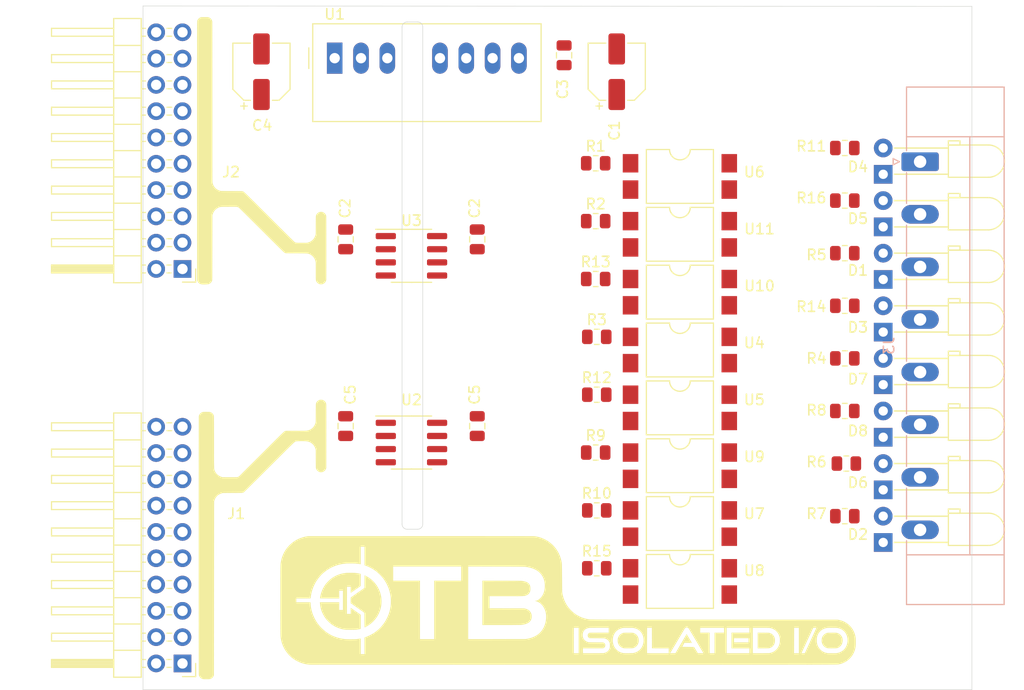
<source format=kicad_pcb>
(kicad_pcb (version 20171130) (host pcbnew "(5.1.9)-1")
  (layers (0 F.Cu signal) (31 B.Cu signal) (34 B.Paste user) (35 F.Paste user) (36 B.SilkS user) (37 F.SilkS user) (38 B.Mask user) (39 F.Mask user) (44 Edge.Cuts user))
  (net 0 "")
  (net 1 "Net-(C1-Pad2)")
  (net 2 "Net-(C1-Pad1)")
  (net 3 "Net-(C2-Pad2)")
  (net 4 "Net-(C2-Pad1)")
  (net 5 "Net-(C3-Pad1)")
  (net 6 "Net-(C3-Pad2)")
  (net 7 "Net-(C4-Pad1)")
  (net 8 "Net-(C4-Pad2)")
  (net 9 "Net-(C5-Pad1)")
  (net 10 "Net-(C5-Pad2)")
  (net 11 "Net-(D1-Pad2)")
  (net 12 "Net-(D1-Pad1)")
  (net 13 "Net-(D2-Pad1)")
  (net 14 "Net-(D2-Pad2)")
  (net 15 "Net-(D3-Pad1)")
  (net 16 "Net-(D3-Pad2)")
  (net 17 "Net-(D4-Pad2)")
  (net 18 "Net-(D4-Pad1)")
  (net 19 "Net-(D5-Pad2)")
  (net 20 "Net-(D5-Pad1)")
  (net 21 "Net-(D6-Pad2)")
  (net 22 "Net-(D6-Pad1)")
  (net 23 "Net-(D7-Pad1)")
  (net 24 "Net-(D7-Pad2)")
  (net 25 "Net-(D8-Pad1)")
  (net 26 "Net-(D8-Pad2)")
  (net 27 "Net-(J1-Pad20)")
  (net 28 "Net-(J1-Pad19)")
  (net 29 "Net-(J1-Pad18)")
  (net 30 "Net-(J1-Pad17)")
  (net 31 "Net-(J1-Pad16)")
  (net 32 "Net-(J1-Pad15)")
  (net 33 "Net-(J1-Pad14)")
  (net 34 "Net-(J1-Pad13)")
  (net 35 "Net-(J1-Pad12)")
  (net 36 "Net-(J1-Pad11)")
  (net 37 "Net-(J1-Pad10)")
  (net 38 "Net-(J1-Pad9)")
  (net 39 "Net-(J1-Pad8)")
  (net 40 "Net-(J1-Pad7)")
  (net 41 "Net-(J1-Pad6)")
  (net 42 "Net-(J1-Pad5)")
  (net 43 "Net-(J1-Pad4)")
  (net 44 "Net-(J1-Pad3)")
  (net 45 "Net-(J1-Pad2)")
  (net 46 "Net-(J1-Pad1)")
  (net 47 "Net-(J2-Pad1)")
  (net 48 "Net-(J2-Pad2)")
  (net 49 "Net-(J2-Pad3)")
  (net 50 "Net-(J2-Pad4)")
  (net 51 "Net-(J2-Pad5)")
  (net 52 "Net-(J2-Pad6)")
  (net 53 "Net-(J2-Pad7)")
  (net 54 "Net-(J2-Pad8)")
  (net 55 "Net-(J2-Pad9)")
  (net 56 "Net-(J2-Pad10)")
  (net 57 "Net-(J2-Pad11)")
  (net 58 "Net-(J2-Pad12)")
  (net 59 "Net-(J2-Pad13)")
  (net 60 "Net-(J2-Pad14)")
  (net 61 "Net-(J2-Pad15)")
  (net 62 "Net-(J2-Pad16)")
  (net 63 "Net-(J2-Pad17)")
  (net 64 "Net-(J2-Pad18)")
  (net 65 "Net-(J2-Pad19)")
  (net 66 "Net-(J2-Pad20)")
  (net 67 "Net-(J3-Pad1)")
  (net 68 "Net-(J3-Pad2)")
  (net 69 "Net-(J3-Pad3)")
  (net 70 "Net-(J3-Pad4)")
  (net 71 "Net-(J3-Pad5)")
  (net 72 "Net-(J3-Pad6)")
  (net 73 "Net-(J3-Pad7)")
  (net 74 "Net-(J3-Pad8)")
  (net 75 "Net-(R1-Pad2)")
  (net 76 "Net-(R1-Pad1)")
  (net 77 "Net-(R2-Pad2)")
  (net 78 "Net-(R2-Pad1)")
  (net 79 "Net-(R3-Pad1)")
  (net 80 "Net-(R3-Pad2)")
  (net 81 "Net-(R4-Pad2)")
  (net 82 "Net-(R4-Pad1)")
  (net 83 "Net-(R5-Pad1)")
  (net 84 "Net-(R5-Pad2)")
  (net 85 "Net-(R6-Pad2)")
  (net 86 "Net-(R6-Pad1)")
  (net 87 "Net-(R7-Pad1)")
  (net 88 "Net-(R7-Pad2)")
  (net 89 "Net-(R8-Pad1)")
  (net 90 "Net-(R8-Pad2)")
  (net 91 "Net-(R9-Pad2)")
  (net 92 "Net-(R9-Pad1)")
  (net 93 "Net-(R10-Pad2)")
  (net 94 "Net-(R10-Pad1)")
  (net 95 "Net-(R11-Pad1)")
  (net 96 "Net-(R11-Pad2)")
  (net 97 "Net-(R12-Pad2)")
  (net 98 "Net-(R12-Pad1)")
  (net 99 "Net-(R13-Pad1)")
  (net 100 "Net-(R13-Pad2)")
  (net 101 "Net-(R14-Pad2)")
  (net 102 "Net-(R14-Pad1)")
  (net 103 "Net-(R15-Pad1)")
  (net 104 "Net-(R15-Pad2)")
  (net 105 "Net-(R16-Pad1)")
  (net 106 "Net-(R16-Pad2)")
  (net 107 "Net-(U1-Pad1)")
  (net 108 "Net-(U1-Pad2)")
  (net 109 "Net-(U1-Pad5)")
  (net 110 "Net-(U1-Pad6)")
  (net 111 "Net-(U1-Pad3)")
  (net 112 "Net-(U1-Pad7)")
  (net 113 "Net-(U1-Pad8)")
  (net 114 "Net-(U2-Pad1)")
  (net 115 "Net-(U2-Pad2)")
  (net 116 "Net-(U2-Pad3)")
  (net 117 "Net-(U2-Pad4)")
  (net 118 "Net-(U2-Pad5)")
  (net 119 "Net-(U2-Pad6)")
  (net 120 "Net-(U2-Pad7)")
  (net 121 "Net-(U2-Pad8)")
  (net 122 "Net-(U3-Pad8)")
  (net 123 "Net-(U3-Pad7)")
  (net 124 "Net-(U3-Pad6)")
  (net 125 "Net-(U3-Pad5)")
  (net 126 "Net-(U3-Pad4)")
  (net 127 "Net-(U3-Pad3)")
  (net 128 "Net-(U3-Pad2)")
  (net 129 "Net-(U3-Pad1)")
  (net 130 "Net-(U4-Pad1)")
  (net 131 "Net-(U4-Pad3)")
  (net 132 "Net-(U4-Pad2)")
  (net 133 "Net-(U4-Pad4)")
  (net 134 "Net-(U5-Pad1)")
  (net 135 "Net-(U5-Pad3)")
  (net 136 "Net-(U5-Pad2)")
  (net 137 "Net-(U5-Pad4)")
  (net 138 "Net-(U6-Pad4)")
  (net 139 "Net-(U6-Pad2)")
  (net 140 "Net-(U6-Pad3)")
  (net 141 "Net-(U6-Pad1)")
  (net 142 "Net-(U7-Pad1)")
  (net 143 "Net-(U7-Pad3)")
  (net 144 "Net-(U7-Pad2)")
  (net 145 "Net-(U7-Pad4)")
  (net 146 "Net-(U8-Pad4)")
  (net 147 "Net-(U8-Pad2)")
  (net 148 "Net-(U8-Pad3)")
  (net 149 "Net-(U8-Pad1)")
  (net 150 "Net-(U9-Pad4)")
  (net 151 "Net-(U9-Pad2)")
  (net 152 "Net-(U9-Pad3)")
  (net 153 "Net-(U9-Pad1)")
  (net 154 "Net-(U10-Pad4)")
  (net 155 "Net-(U10-Pad2)")
  (net 156 "Net-(U10-Pad3)")
  (net 157 "Net-(U10-Pad1)")
  (net 158 "Net-(U11-Pad1)")
  (net 159 "Net-(U11-Pad3)")
  (net 160 "Net-(U11-Pad2)")
  (net 161 "Net-(U11-Pad4)")
  (module MyLibKicad:persilk (layer F.Cu) (at 93.906 98.756)
    (fp_text reference G*** hide)
    (fp_text value LOGO hide)
  )
  (module Resistor_SMD:R_0805_2012Metric (layer F.Cu) (at 100.6995 97.672)
    (fp_text reference R3 (at 0 -1.65) (layer F.SilkS))
    (fp_text value R)
    (pad 1 smd roundrect (at -0.9125 0) (size 1.025 1.4) (layers F.Cu F.Paste F.Mask) (roundrect_rratio 0.243902) (net 79 "Net-(R3-Pad1)"))
    (pad 2 smd roundrect (at 0.9125 0) (size 1.025 1.4) (layers F.Cu F.Paste F.Mask) (roundrect_rratio 0.243902) (net 80 "Net-(R3-Pad2)"))
  )
  (module Package_DIP:SMDIP-4_W9.53mm_Clearance8mm (layer F.Cu) (at 108.724 82.178)
    (fp_text reference U6 (at 7.182 -0.422) (layer F.SilkS))
    (fp_text value SFH617A-1X007T)
    (pad 4 smd rect (at 4.765 -1.27) (size 1.5 1.78) (layers F.Cu F.Paste F.Mask) (net 138 "Net-(U6-Pad4)"))
    (pad 2 smd rect (at -4.765 1.27) (size 1.5 1.78) (layers F.Cu F.Paste F.Mask) (net 139 "Net-(U6-Pad2)"))
    (pad 3 smd rect (at 4.765 1.27) (size 1.5 1.78) (layers F.Cu F.Paste F.Mask) (net 140 "Net-(U6-Pad3)"))
    (pad 1 smd rect (at -4.765 -1.27) (size 1.5 1.78) (layers F.Cu F.Paste F.Mask) (net 141 "Net-(U6-Pad1)"))
  )
  (module Package_DIP:SMDIP-4_W9.53mm_Clearance8mm (layer F.Cu) (at 108.724 93.354)
    (fp_text reference U10 (at 7.682 -0.598) (layer F.SilkS))
    (fp_text value SFH617A-1X007T)
    (pad 4 smd rect (at 4.765 -1.27) (size 1.5 1.78) (layers F.Cu F.Paste F.Mask) (net 154 "Net-(U10-Pad4)"))
    (pad 2 smd rect (at -4.765 1.27) (size 1.5 1.78) (layers F.Cu F.Paste F.Mask) (net 155 "Net-(U10-Pad2)"))
    (pad 3 smd rect (at 4.765 1.27) (size 1.5 1.78) (layers F.Cu F.Paste F.Mask) (net 156 "Net-(U10-Pad3)"))
    (pad 1 smd rect (at -4.765 -1.27) (size 1.5 1.78) (layers F.Cu F.Paste F.Mask) (net 157 "Net-(U10-Pad1)"))
  )
  (module Package_DIP:SMDIP-4_W9.53mm_Clearance8mm (layer F.Cu) (at 108.724 87.766)
    (fp_text reference U11 (at 7.682 -0.51) (layer F.SilkS))
    (fp_text value SFH617A-1X007T)
    (pad 1 smd rect (at -4.765 -1.27) (size 1.5 1.78) (layers F.Cu F.Paste F.Mask) (net 158 "Net-(U11-Pad1)"))
    (pad 3 smd rect (at 4.765 1.27) (size 1.5 1.78) (layers F.Cu F.Paste F.Mask) (net 159 "Net-(U11-Pad3)"))
    (pad 2 smd rect (at -4.765 1.27) (size 1.5 1.78) (layers F.Cu F.Paste F.Mask) (net 160 "Net-(U11-Pad2)"))
    (pad 4 smd rect (at 4.765 -1.27) (size 1.5 1.78) (layers F.Cu F.Paste F.Mask) (net 161 "Net-(U11-Pad4)"))
  )
  (module Package_DIP:SMDIP-4_W9.53mm_Clearance8mm (layer F.Cu) (at 108.724 110.118)
    (fp_text reference U9 (at 7.182 -0.862) (layer F.SilkS))
    (fp_text value SFH617A-1X007T)
    (pad 4 smd rect (at 4.765 -1.27) (size 1.5 1.78) (layers F.Cu F.Paste F.Mask) (net 150 "Net-(U9-Pad4)"))
    (pad 2 smd rect (at -4.765 1.27) (size 1.5 1.78) (layers F.Cu F.Paste F.Mask) (net 151 "Net-(U9-Pad2)"))
    (pad 3 smd rect (at 4.765 1.27) (size 1.5 1.78) (layers F.Cu F.Paste F.Mask) (net 152 "Net-(U9-Pad3)"))
    (pad 1 smd rect (at -4.765 -1.27) (size 1.5 1.78) (layers F.Cu F.Paste F.Mask) (net 153 "Net-(U9-Pad1)"))
  )
  (module Package_DIP:SMDIP-4_W9.53mm_Clearance8mm (layer F.Cu) (at 108.724 115.706)
    (fp_text reference U7 (at 7.182 -0.95) (layer F.SilkS))
    (fp_text value SFH617A-1X007T)
    (pad 1 smd rect (at -4.765 -1.27) (size 1.5 1.78) (layers F.Cu F.Paste F.Mask) (net 142 "Net-(U7-Pad1)"))
    (pad 3 smd rect (at 4.765 1.27) (size 1.5 1.78) (layers F.Cu F.Paste F.Mask) (net 143 "Net-(U7-Pad3)"))
    (pad 2 smd rect (at -4.765 1.27) (size 1.5 1.78) (layers F.Cu F.Paste F.Mask) (net 144 "Net-(U7-Pad2)"))
    (pad 4 smd rect (at 4.765 -1.27) (size 1.5 1.78) (layers F.Cu F.Paste F.Mask) (net 145 "Net-(U7-Pad4)"))
  )
  (module Package_DIP:SMDIP-4_W9.53mm_Clearance8mm (layer F.Cu) (at 108.724 121.294)
    (fp_text reference U8 (at 7.182 -1.038) (layer F.SilkS))
    (fp_text value SFH617A-1X007T)
    (pad 4 smd rect (at 4.765 -1.27) (size 1.5 1.78) (layers F.Cu F.Paste F.Mask) (net 146 "Net-(U8-Pad4)"))
    (pad 2 smd rect (at -4.765 1.27) (size 1.5 1.78) (layers F.Cu F.Paste F.Mask) (net 147 "Net-(U8-Pad2)"))
    (pad 3 smd rect (at 4.765 1.27) (size 1.5 1.78) (layers F.Cu F.Paste F.Mask) (net 148 "Net-(U8-Pad3)"))
    (pad 1 smd rect (at -4.765 -1.27) (size 1.5 1.78) (layers F.Cu F.Paste F.Mask) (net 149 "Net-(U8-Pad1)"))
  )
  (module Resistor_SMD:R_0805_2012Metric (layer F.Cu) (at 100.6995 103.26)
    (fp_text reference R12 (at 0 -1.65) (layer F.SilkS))
    (fp_text value R)
    (pad 2 smd roundrect (at 0.9125 0) (size 1.025 1.4) (layers F.Cu F.Paste F.Mask) (roundrect_rratio 0.243902) (net 97 "Net-(R12-Pad2)"))
    (pad 1 smd roundrect (at -0.9125 0) (size 1.025 1.4) (layers F.Cu F.Paste F.Mask) (roundrect_rratio 0.243902) (net 98 "Net-(R12-Pad1)"))
  )
  (module Resistor_SMD:R_0805_2012Metric (layer F.Cu) (at 100.6995 114.436)
    (fp_text reference R10 (at 0 -1.65) (layer F.SilkS))
    (fp_text value R)
    (pad 2 smd roundrect (at 0.9125 0) (size 1.025 1.4) (layers F.Cu F.Paste F.Mask) (roundrect_rratio 0.243902) (net 93 "Net-(R10-Pad2)"))
    (pad 1 smd roundrect (at -0.9125 0) (size 1.025 1.4) (layers F.Cu F.Paste F.Mask) (roundrect_rratio 0.243902) (net 94 "Net-(R10-Pad1)"))
  )
  (module Resistor_SMD:R_0805_2012Metric (layer F.Cu) (at 100.596 108.848)
    (fp_text reference R9 (at 0 -1.65) (layer F.SilkS))
    (fp_text value R)
    (pad 2 smd roundrect (at 0.9125 0) (size 1.025 1.4) (layers F.Cu F.Paste F.Mask) (roundrect_rratio 0.243902) (net 91 "Net-(R9-Pad2)"))
    (pad 1 smd roundrect (at -0.9125 0) (size 1.025 1.4) (layers F.Cu F.Paste F.Mask) (roundrect_rratio 0.243902) (net 92 "Net-(R9-Pad1)"))
  )
  (module Package_DIP:SMDIP-4_W9.53mm_Clearance8mm (layer F.Cu) (at 108.724 98.942)
    (fp_text reference U4 (at 7.182 -0.686) (layer F.SilkS))
    (fp_text value SFH617A-1X007T)
    (pad 1 smd rect (at -4.765 -1.27) (size 1.5 1.78) (layers F.Cu F.Paste F.Mask) (net 130 "Net-(U4-Pad1)"))
    (pad 3 smd rect (at 4.765 1.27) (size 1.5 1.78) (layers F.Cu F.Paste F.Mask) (net 131 "Net-(U4-Pad3)"))
    (pad 2 smd rect (at -4.765 1.27) (size 1.5 1.78) (layers F.Cu F.Paste F.Mask) (net 132 "Net-(U4-Pad2)"))
    (pad 4 smd rect (at 4.765 -1.27) (size 1.5 1.78) (layers F.Cu F.Paste F.Mask) (net 133 "Net-(U4-Pad4)"))
  )
  (module Resistor_SMD:R_0805_2012Metric (layer F.Cu) (at 100.6995 120.024)
    (fp_text reference R15 (at 0 -1.65) (layer F.SilkS))
    (fp_text value R)
    (pad 1 smd roundrect (at -0.9125 0) (size 1.025 1.4) (layers F.Cu F.Paste F.Mask) (roundrect_rratio 0.243902) (net 103 "Net-(R15-Pad1)"))
    (pad 2 smd roundrect (at 0.9125 0) (size 1.025 1.4) (layers F.Cu F.Paste F.Mask) (roundrect_rratio 0.243902) (net 104 "Net-(R15-Pad2)"))
  )
  (module Package_DIP:SMDIP-4_W9.53mm_Clearance8mm (layer F.Cu) (at 108.724 104.53)
    (fp_text reference U5 (at 7.182 -0.774) (layer F.SilkS))
    (fp_text value SFH617A-1X007T)
    (pad 1 smd rect (at -4.765 -1.27) (size 1.5 1.78) (layers F.Cu F.Paste F.Mask) (net 134 "Net-(U5-Pad1)"))
    (pad 3 smd rect (at 4.765 1.27) (size 1.5 1.78) (layers F.Cu F.Paste F.Mask) (net 135 "Net-(U5-Pad3)"))
    (pad 2 smd rect (at -4.765 1.27) (size 1.5 1.78) (layers F.Cu F.Paste F.Mask) (net 136 "Net-(U5-Pad2)"))
    (pad 4 smd rect (at 4.765 -1.27) (size 1.5 1.78) (layers F.Cu F.Paste F.Mask) (net 137 "Net-(U5-Pad4)"))
  )
  (module Resistor_SMD:R_0805_2012Metric (layer F.Cu) (at 100.596 92.084)
    (fp_text reference R13 (at 0 -1.65) (layer F.SilkS))
    (fp_text value R)
    (pad 1 smd roundrect (at -0.9125 0) (size 1.025 1.4) (layers F.Cu F.Paste F.Mask) (roundrect_rratio 0.243902) (net 99 "Net-(R13-Pad1)"))
    (pad 2 smd roundrect (at 0.9125 0) (size 1.025 1.4) (layers F.Cu F.Paste F.Mask) (roundrect_rratio 0.243902) (net 100 "Net-(R13-Pad2)"))
  )
  (module Resistor_SMD:R_0805_2012Metric (layer F.Cu) (at 100.596 80.908)
    (fp_text reference R1 (at 0 -1.65) (layer F.SilkS))
    (fp_text value R)
    (pad 2 smd roundrect (at 0.9125 0) (size 1.025 1.4) (layers F.Cu F.Paste F.Mask) (roundrect_rratio 0.243902) (net 75 "Net-(R1-Pad2)"))
    (pad 1 smd roundrect (at -0.9125 0) (size 1.025 1.4) (layers F.Cu F.Paste F.Mask) (roundrect_rratio 0.243902) (net 76 "Net-(R1-Pad1)"))
  )
  (module Resistor_SMD:R_0805_2012Metric (layer F.Cu) (at 100.596 86.496)
    (fp_text reference R2 (at 0 -1.65) (layer F.SilkS))
    (fp_text value R)
    (pad 2 smd roundrect (at 0.9125 0) (size 1.025 1.4) (layers F.Cu F.Paste F.Mask) (roundrect_rratio 0.243902) (net 77 "Net-(R2-Pad2)"))
    (pad 1 smd roundrect (at -0.9125 0) (size 1.025 1.4) (layers F.Cu F.Paste F.Mask) (roundrect_rratio 0.243902) (net 78 "Net-(R2-Pad1)"))
  )
  (module Capacitor_SMD:C_0805_2012Metric (layer F.Cu) (at 89.164 106.29 90)
    (fp_text reference C5 (at 3.034 -0.258 90) (layer F.SilkS))
    (fp_text value C)
    (pad 2 smd roundrect (at 0.95 0 90) (size 1 1.45) (layers F.Cu F.Paste F.Mask) (net 10 "Net-(C5-Pad2)"))
    (pad 1 smd roundrect (at -0.95 0 90) (size 1 1.45) (layers F.Cu F.Paste F.Mask) (net 9 "Net-(C5-Pad1)"))
  )
  (module Capacitor_SMD:C_0805_2012Metric (layer F.Cu) (at 89.164 88.256 90)
    (fp_text reference C2 (at 3 -0.258 90) (layer F.SilkS))
    (fp_text value C)
    (pad 1 smd roundrect (at -0.95 0 90) (size 1 1.45) (layers F.Cu F.Paste F.Mask) (net 4 "Net-(C2-Pad1)"))
    (pad 2 smd roundrect (at 0.95 0 90) (size 1 1.45) (layers F.Cu F.Paste F.Mask) (net 3 "Net-(C2-Pad2)"))
  )
  (module Capacitor_SMD:CP_Elec_5x5.7 (layer F.Cu) (at 102.626 72.066 90)
    (fp_text reference C1 (at -5.69 -0.22 90) (layer F.SilkS))
    (fp_text value CP1)
    (pad 2 smd roundrect (at 2.2 0 90) (size 3 1.6) (layers F.Cu F.Paste F.Mask) (roundrect_rratio 0.15625) (net 1 "Net-(C1-Pad2)"))
    (pad 1 smd roundrect (at -2.2 0 90) (size 3 1.6) (layers F.Cu F.Paste F.Mask) (roundrect_rratio 0.15625) (net 2 "Net-(C1-Pad1)"))
  )
  (module Capacitor_SMD:C_0805_2012Metric (layer F.Cu) (at 76.464 88.256 90)
    (fp_text reference C2 (at 3 -0.058 90) (layer F.SilkS))
    (fp_text value C)
    (pad 2 smd roundrect (at 0.95 0 90) (size 1 1.45) (layers F.Cu F.Paste F.Mask) (net 3 "Net-(C2-Pad2)"))
    (pad 1 smd roundrect (at -0.95 0 90) (size 1 1.45) (layers F.Cu F.Paste F.Mask) (net 4 "Net-(C2-Pad1)"))
  )
  (module Capacitor_SMD:C_0805_2012Metric (layer F.Cu) (at 97.546 70.476 90)
    (fp_text reference C3 (at -3.28 -0.14 90) (layer F.SilkS))
    (fp_text value C)
    (pad 1 smd roundrect (at -0.95 0 90) (size 1 1.45) (layers F.Cu F.Paste F.Mask) (net 5 "Net-(C3-Pad1)"))
    (pad 2 smd roundrect (at 0.95 0 90) (size 1 1.45) (layers F.Cu F.Paste F.Mask) (net 6 "Net-(C3-Pad2)"))
  )
  (module Capacitor_SMD:CP_Elec_5x5.7 (layer F.Cu) (at 68.336 72.066 90)
    (fp_text reference C4 (at -5.19 0.07 180) (layer F.SilkS))
    (fp_text value CP1)
    (pad 1 smd roundrect (at -2.2 0 90) (size 3 1.6) (layers F.Cu F.Paste F.Mask) (roundrect_rratio 0.15625) (net 7 "Net-(C4-Pad1)"))
    (pad 2 smd roundrect (at 2.2 0 90) (size 3 1.6) (layers F.Cu F.Paste F.Mask) (roundrect_rratio 0.15625) (net 8 "Net-(C4-Pad2)"))
  )
  (module Capacitor_SMD:C_0805_2012Metric (layer F.Cu) (at 76.464 106.29 90)
    (fp_text reference C5 (at 3.034 0.442 90) (layer F.SilkS))
    (fp_text value C)
    (pad 1 smd roundrect (at -0.95 0 90) (size 1 1.45) (layers F.Cu F.Paste F.Mask) (net 9 "Net-(C5-Pad1)"))
    (pad 2 smd roundrect (at 0.95 0 90) (size 1 1.45) (layers F.Cu F.Paste F.Mask) (net 10 "Net-(C5-Pad2)"))
  )
  (module Connector_Phoenix_MC_HighVoltage:PhoenixContact_MC_1,5_8-GF-5.08_1x08_P5.08mm_Horizontal_ThreadedFlange (layer B.Cu) (at 131.906 80.756 270)
    (fp_text reference J3 (at 17.78 3 90) (layer B.SilkS) (effects (justify mirror)))
    (fp_text value Conn_01x08)
    (pad 1 thru_hole roundrect (at 0 0 270) (size 1.8 3.6) (drill 1.2) (layers *.Cu *.Mask) (roundrect_rratio 0.138889) (net 67 "Net-(J3-Pad1)"))
    (pad 2 thru_hole oval (at 5.08 0 270) (size 1.8 3.6) (drill 1.2) (layers *.Cu *.Mask) (net 68 "Net-(J3-Pad2)"))
    (pad 3 thru_hole oval (at 10.16 0 270) (size 1.8 3.6) (drill 1.2) (layers *.Cu *.Mask) (net 69 "Net-(J3-Pad3)"))
    (pad 4 thru_hole oval (at 15.24 0 270) (size 1.8 3.6) (drill 1.2) (layers *.Cu *.Mask) (net 70 "Net-(J3-Pad4)"))
    (pad 5 thru_hole oval (at 20.32 0 270) (size 1.8 3.6) (drill 1.2) (layers *.Cu *.Mask) (net 71 "Net-(J3-Pad5)"))
    (pad 6 thru_hole oval (at 25.4 0 270) (size 1.8 3.6) (drill 1.2) (layers *.Cu *.Mask) (net 72 "Net-(J3-Pad6)"))
    (pad 7 thru_hole oval (at 30.48 0 270) (size 1.8 3.6) (drill 1.2) (layers *.Cu *.Mask) (net 73 "Net-(J3-Pad7)"))
    (pad 8 thru_hole oval (at 35.56 0 270) (size 1.8 3.6) (drill 1.2) (layers *.Cu *.Mask) (net 74 "Net-(J3-Pad8)"))
  )
  (module Resistor_SMD:R_0805_2012Metric (layer F.Cu) (at 124.6395 99.752)
    (fp_text reference R4 (at -2.7335 0.004) (layer F.SilkS))
    (fp_text value R)
    (pad 2 smd roundrect (at 0.9125 0) (size 1.025 1.4) (layers F.Cu F.Paste F.Mask) (roundrect_rratio 0.243902) (net 81 "Net-(R4-Pad2)"))
    (pad 1 smd roundrect (at -0.9125 0) (size 1.025 1.4) (layers F.Cu F.Paste F.Mask) (roundrect_rratio 0.243902) (net 82 "Net-(R4-Pad1)"))
  )
  (module Resistor_SMD:R_0805_2012Metric (layer F.Cu) (at 124.6395 89.592)
    (fp_text reference R5 (at -2.7335 0.164) (layer F.SilkS))
    (fp_text value R)
    (pad 1 smd roundrect (at -0.9125 0) (size 1.025 1.4) (layers F.Cu F.Paste F.Mask) (roundrect_rratio 0.243902) (net 83 "Net-(R5-Pad1)"))
    (pad 2 smd roundrect (at 0.9125 0) (size 1.025 1.4) (layers F.Cu F.Paste F.Mask) (roundrect_rratio 0.243902) (net 84 "Net-(R5-Pad2)"))
  )
  (module Resistor_SMD:R_0805_2012Metric (layer F.Cu) (at 124.79 109.912)
    (fp_text reference R6 (at -2.884 -0.156) (layer F.SilkS))
    (fp_text value R)
    (pad 2 smd roundrect (at 0.9125 0) (size 1.025 1.4) (layers F.Cu F.Paste F.Mask) (roundrect_rratio 0.243902) (net 85 "Net-(R6-Pad2)"))
    (pad 1 smd roundrect (at -0.9125 0) (size 1.025 1.4) (layers F.Cu F.Paste F.Mask) (roundrect_rratio 0.243902) (net 86 "Net-(R6-Pad1)"))
  )
  (module Resistor_SMD:R_0805_2012Metric (layer F.Cu) (at 124.6395 114.992)
    (fp_text reference R7 (at -2.7335 -0.236) (layer F.SilkS))
    (fp_text value R)
    (pad 1 smd roundrect (at -0.9125 0) (size 1.025 1.4) (layers F.Cu F.Paste F.Mask) (roundrect_rratio 0.243902) (net 87 "Net-(R7-Pad1)"))
    (pad 2 smd roundrect (at 0.9125 0) (size 1.025 1.4) (layers F.Cu F.Paste F.Mask) (roundrect_rratio 0.243902) (net 88 "Net-(R7-Pad2)"))
  )
  (module Resistor_SMD:R_0805_2012Metric (layer F.Cu) (at 124.6395 104.832)
    (fp_text reference R8 (at -2.7335 -0.076) (layer F.SilkS))
    (fp_text value R)
    (pad 1 smd roundrect (at -0.9125 0) (size 1.025 1.4) (layers F.Cu F.Paste F.Mask) (roundrect_rratio 0.243902) (net 89 "Net-(R8-Pad1)"))
    (pad 2 smd roundrect (at 0.9125 0) (size 1.025 1.4) (layers F.Cu F.Paste F.Mask) (roundrect_rratio 0.243902) (net 90 "Net-(R8-Pad2)"))
  )
  (module Resistor_SMD:R_0805_2012Metric (layer F.Cu) (at 124.6395 79.432)
    (fp_text reference R11 (at -3.2335 -0.176) (layer F.SilkS))
    (fp_text value R)
    (pad 1 smd roundrect (at -0.9125 0) (size 1.025 1.4) (layers F.Cu F.Paste F.Mask) (roundrect_rratio 0.243902) (net 95 "Net-(R11-Pad1)"))
    (pad 2 smd roundrect (at 0.9125 0) (size 1.025 1.4) (layers F.Cu F.Paste F.Mask) (roundrect_rratio 0.243902) (net 96 "Net-(R11-Pad2)"))
  )
  (module Resistor_SMD:R_0805_2012Metric (layer F.Cu) (at 124.6395 94.672)
    (fp_text reference R14 (at -3.2335 0.084) (layer F.SilkS))
    (fp_text value R)
    (pad 2 smd roundrect (at 0.9125 0) (size 1.025 1.4) (layers F.Cu F.Paste F.Mask) (roundrect_rratio 0.243902) (net 101 "Net-(R14-Pad2)"))
    (pad 1 smd roundrect (at -0.9125 0) (size 1.025 1.4) (layers F.Cu F.Paste F.Mask) (roundrect_rratio 0.243902) (net 102 "Net-(R14-Pad1)"))
  )
  (module Resistor_SMD:R_0805_2012Metric (layer F.Cu) (at 124.6395 84.512)
    (fp_text reference R16 (at -3.2335 -0.256) (layer F.SilkS))
    (fp_text value R)
    (pad 1 smd roundrect (at -0.9125 0) (size 1.025 1.4) (layers F.Cu F.Paste F.Mask) (roundrect_rratio 0.243902) (net 105 "Net-(R16-Pad1)"))
    (pad 2 smd roundrect (at 0.9125 0) (size 1.025 1.4) (layers F.Cu F.Paste F.Mask) (roundrect_rratio 0.243902) (net 106 "Net-(R16-Pad2)"))
  )
  (module Converter_DCDC:Converter_DCDC_TRACO_TMR-xxxx_THT (layer F.Cu) (at 75.406 70.756)
    (fp_text reference U1 (at 0 -4.24) (layer F.SilkS))
    (fp_text value TMR-2412)
    (pad 1 thru_hole rect (at 0 0) (size 1.5 3) (drill 1) (layers *.Cu *.Mask) (net 107 "Net-(U1-Pad1)"))
    (pad 2 thru_hole oval (at 2.54 0) (size 1.5 3) (drill 1) (layers *.Cu *.Mask) (net 108 "Net-(U1-Pad2)"))
    (pad 5 thru_hole oval (at 10.16 0) (size 1.5 3) (drill 1) (layers *.Cu *.Mask) (net 109 "Net-(U1-Pad5)"))
    (pad 6 thru_hole oval (at 12.7 0) (size 1.5 3) (drill 1) (layers *.Cu *.Mask) (net 110 "Net-(U1-Pad6)"))
    (pad 3 thru_hole oval (at 5.08 0) (size 1.5 3) (drill 1) (layers *.Cu *.Mask) (net 111 "Net-(U1-Pad3)"))
    (pad 7 thru_hole oval (at 15.24 0) (size 1.5 3) (drill 1) (layers *.Cu *.Mask) (net 112 "Net-(U1-Pad7)"))
    (pad 8 thru_hole oval (at 17.78 0) (size 1.5 3) (drill 1) (layers *.Cu *.Mask) (net 113 "Net-(U1-Pad8)"))
  )
  (module Package_SO:SOIC-8_3.9x4.9mm_P1.27mm (layer F.Cu) (at 82.814 107.88)
    (fp_text reference U2 (at 0 -4.124) (layer F.SilkS))
    (fp_text value ADuM1200WT)
    (pad 1 smd roundrect (at -2.475 -1.905) (size 1.95 0.6) (layers F.Cu F.Paste F.Mask) (net 114 "Net-(U2-Pad1)"))
    (pad 2 smd roundrect (at -2.475 -0.635) (size 1.95 0.6) (layers F.Cu F.Paste F.Mask) (net 115 "Net-(U2-Pad2)"))
    (pad 3 smd roundrect (at -2.475 0.635) (size 1.95 0.6) (layers F.Cu F.Paste F.Mask) (net 116 "Net-(U2-Pad3)"))
    (pad 4 smd roundrect (at -2.475 1.905) (size 1.95 0.6) (layers F.Cu F.Paste F.Mask) (net 117 "Net-(U2-Pad4)"))
    (pad 5 smd roundrect (at 2.475 1.905) (size 1.95 0.6) (layers F.Cu F.Paste F.Mask) (net 118 "Net-(U2-Pad5)"))
    (pad 6 smd roundrect (at 2.475 0.635) (size 1.95 0.6) (layers F.Cu F.Paste F.Mask) (net 119 "Net-(U2-Pad6)"))
    (pad 7 smd roundrect (at 2.475 -0.635) (size 1.95 0.6) (layers F.Cu F.Paste F.Mask) (net 120 "Net-(U2-Pad7)"))
    (pad 8 smd roundrect (at 2.475 -1.905) (size 1.95 0.6) (layers F.Cu F.Paste F.Mask) (net 121 "Net-(U2-Pad8)"))
  )
  (module Package_SO:SOIC-8_3.9x4.9mm_P1.27mm (layer F.Cu) (at 82.814 89.846)
    (fp_text reference U3 (at 0 -3.4) (layer F.SilkS))
    (fp_text value ADuM1200WT)
    (pad 8 smd roundrect (at 2.475 -1.905) (size 1.95 0.6) (layers F.Cu F.Paste F.Mask) (net 122 "Net-(U3-Pad8)"))
    (pad 7 smd roundrect (at 2.475 -0.635) (size 1.95 0.6) (layers F.Cu F.Paste F.Mask) (net 123 "Net-(U3-Pad7)"))
    (pad 6 smd roundrect (at 2.475 0.635) (size 1.95 0.6) (layers F.Cu F.Paste F.Mask) (net 124 "Net-(U3-Pad6)"))
    (pad 5 smd roundrect (at 2.475 1.905) (size 1.95 0.6) (layers F.Cu F.Paste F.Mask) (net 125 "Net-(U3-Pad5)"))
    (pad 4 smd roundrect (at -2.475 1.905) (size 1.95 0.6) (layers F.Cu F.Paste F.Mask) (net 126 "Net-(U3-Pad4)"))
    (pad 3 smd roundrect (at -2.475 0.635) (size 1.95 0.6) (layers F.Cu F.Paste F.Mask) (net 127 "Net-(U3-Pad3)"))
    (pad 2 smd roundrect (at -2.475 -0.635) (size 1.95 0.6) (layers F.Cu F.Paste F.Mask) (net 128 "Net-(U3-Pad2)"))
    (pad 1 smd roundrect (at -2.475 -1.905) (size 1.95 0.6) (layers F.Cu F.Paste F.Mask) (net 129 "Net-(U3-Pad1)"))
  )
  (module Connector_PinHeader_2.54mm:PinHeader_2x10_P2.54mm_Horizontal (layer F.Cu) (at 60.716 129.216 180)
    (fp_text reference J1 (at -5.19 14.46) (layer F.SilkS))
    (fp_text value Conn_02x10_Counter_Clockwise)
    (pad 20 thru_hole oval (at 2.54 22.86 180) (size 1.7 1.7) (drill 1) (layers *.Cu *.Mask) (net 27 "Net-(J1-Pad20)"))
    (pad 19 thru_hole oval (at 0 22.86 180) (size 1.7 1.7) (drill 1) (layers *.Cu *.Mask) (net 28 "Net-(J1-Pad19)"))
    (pad 18 thru_hole oval (at 2.54 20.32 180) (size 1.7 1.7) (drill 1) (layers *.Cu *.Mask) (net 29 "Net-(J1-Pad18)"))
    (pad 17 thru_hole oval (at 0 20.32 180) (size 1.7 1.7) (drill 1) (layers *.Cu *.Mask) (net 30 "Net-(J1-Pad17)"))
    (pad 16 thru_hole oval (at 2.54 17.78 180) (size 1.7 1.7) (drill 1) (layers *.Cu *.Mask) (net 31 "Net-(J1-Pad16)"))
    (pad 15 thru_hole oval (at 0 17.78 180) (size 1.7 1.7) (drill 1) (layers *.Cu *.Mask) (net 32 "Net-(J1-Pad15)"))
    (pad 14 thru_hole oval (at 2.54 15.24 180) (size 1.7 1.7) (drill 1) (layers *.Cu *.Mask) (net 33 "Net-(J1-Pad14)"))
    (pad 13 thru_hole oval (at 0 15.24 180) (size 1.7 1.7) (drill 1) (layers *.Cu *.Mask) (net 34 "Net-(J1-Pad13)"))
    (pad 12 thru_hole oval (at 2.54 12.7 180) (size 1.7 1.7) (drill 1) (layers *.Cu *.Mask) (net 35 "Net-(J1-Pad12)"))
    (pad 11 thru_hole oval (at 0 12.7 180) (size 1.7 1.7) (drill 1) (layers *.Cu *.Mask) (net 36 "Net-(J1-Pad11)"))
    (pad 10 thru_hole oval (at 2.54 10.16 180) (size 1.7 1.7) (drill 1) (layers *.Cu *.Mask) (net 37 "Net-(J1-Pad10)"))
    (pad 9 thru_hole oval (at 0 10.16 180) (size 1.7 1.7) (drill 1) (layers *.Cu *.Mask) (net 38 "Net-(J1-Pad9)"))
    (pad 8 thru_hole oval (at 2.54 7.62 180) (size 1.7 1.7) (drill 1) (layers *.Cu *.Mask) (net 39 "Net-(J1-Pad8)"))
    (pad 7 thru_hole oval (at 0 7.62 180) (size 1.7 1.7) (drill 1) (layers *.Cu *.Mask) (net 40 "Net-(J1-Pad7)"))
    (pad 6 thru_hole oval (at 2.54 5.08 180) (size 1.7 1.7) (drill 1) (layers *.Cu *.Mask) (net 41 "Net-(J1-Pad6)"))
    (pad 5 thru_hole oval (at 0 5.08 180) (size 1.7 1.7) (drill 1) (layers *.Cu *.Mask) (net 42 "Net-(J1-Pad5)"))
    (pad 4 thru_hole oval (at 2.54 2.54 180) (size 1.7 1.7) (drill 1) (layers *.Cu *.Mask) (net 43 "Net-(J1-Pad4)"))
    (pad 3 thru_hole oval (at 0 2.54 180) (size 1.7 1.7) (drill 1) (layers *.Cu *.Mask) (net 44 "Net-(J1-Pad3)"))
    (pad 2 thru_hole oval (at 2.54 0 180) (size 1.7 1.7) (drill 1) (layers *.Cu *.Mask) (net 45 "Net-(J1-Pad2)"))
    (pad 1 thru_hole rect (at 0 0 180) (size 1.7 1.7) (drill 1) (layers *.Cu *.Mask) (net 46 "Net-(J1-Pad1)"))
  )
  (module Connector_PinHeader_2.54mm:PinHeader_2x10_P2.54mm_Horizontal (layer F.Cu) (at 60.716 91.116 180)
    (fp_text reference J2 (at -4.69 9.36) (layer F.SilkS))
    (fp_text value Conn_02x10_Counter_Clockwise)
    (pad 1 thru_hole rect (at 0 0 180) (size 1.7 1.7) (drill 1) (layers *.Cu *.Mask) (net 47 "Net-(J2-Pad1)"))
    (pad 2 thru_hole oval (at 2.54 0 180) (size 1.7 1.7) (drill 1) (layers *.Cu *.Mask) (net 48 "Net-(J2-Pad2)"))
    (pad 3 thru_hole oval (at 0 2.54 180) (size 1.7 1.7) (drill 1) (layers *.Cu *.Mask) (net 49 "Net-(J2-Pad3)"))
    (pad 4 thru_hole oval (at 2.54 2.54 180) (size 1.7 1.7) (drill 1) (layers *.Cu *.Mask) (net 50 "Net-(J2-Pad4)"))
    (pad 5 thru_hole oval (at 0 5.08 180) (size 1.7 1.7) (drill 1) (layers *.Cu *.Mask) (net 51 "Net-(J2-Pad5)"))
    (pad 6 thru_hole oval (at 2.54 5.08 180) (size 1.7 1.7) (drill 1) (layers *.Cu *.Mask) (net 52 "Net-(J2-Pad6)"))
    (pad 7 thru_hole oval (at 0 7.62 180) (size 1.7 1.7) (drill 1) (layers *.Cu *.Mask) (net 53 "Net-(J2-Pad7)"))
    (pad 8 thru_hole oval (at 2.54 7.62 180) (size 1.7 1.7) (drill 1) (layers *.Cu *.Mask) (net 54 "Net-(J2-Pad8)"))
    (pad 9 thru_hole oval (at 0 10.16 180) (size 1.7 1.7) (drill 1) (layers *.Cu *.Mask) (net 55 "Net-(J2-Pad9)"))
    (pad 10 thru_hole oval (at 2.54 10.16 180) (size 1.7 1.7) (drill 1) (layers *.Cu *.Mask) (net 56 "Net-(J2-Pad10)"))
    (pad 11 thru_hole oval (at 0 12.7 180) (size 1.7 1.7) (drill 1) (layers *.Cu *.Mask) (net 57 "Net-(J2-Pad11)"))
    (pad 12 thru_hole oval (at 2.54 12.7 180) (size 1.7 1.7) (drill 1) (layers *.Cu *.Mask) (net 58 "Net-(J2-Pad12)"))
    (pad 13 thru_hole oval (at 0 15.24 180) (size 1.7 1.7) (drill 1) (layers *.Cu *.Mask) (net 59 "Net-(J2-Pad13)"))
    (pad 14 thru_hole oval (at 2.54 15.24 180) (size 1.7 1.7) (drill 1) (layers *.Cu *.Mask) (net 60 "Net-(J2-Pad14)"))
    (pad 15 thru_hole oval (at 0 17.78 180) (size 1.7 1.7) (drill 1) (layers *.Cu *.Mask) (net 61 "Net-(J2-Pad15)"))
    (pad 16 thru_hole oval (at 2.54 17.78 180) (size 1.7 1.7) (drill 1) (layers *.Cu *.Mask) (net 62 "Net-(J2-Pad16)"))
    (pad 17 thru_hole oval (at 0 20.32 180) (size 1.7 1.7) (drill 1) (layers *.Cu *.Mask) (net 63 "Net-(J2-Pad17)"))
    (pad 18 thru_hole oval (at 2.54 20.32 180) (size 1.7 1.7) (drill 1) (layers *.Cu *.Mask) (net 64 "Net-(J2-Pad18)"))
    (pad 19 thru_hole oval (at 0 22.86 180) (size 1.7 1.7) (drill 1) (layers *.Cu *.Mask) (net 65 "Net-(J2-Pad19)"))
    (pad 20 thru_hole oval (at 2.54 22.86 180) (size 1.7 1.7) (drill 1) (layers *.Cu *.Mask) (net 66 "Net-(J2-Pad20)"))
  )
  (module LED_THT:LED_D3.0mm_Horizontal_O6.35mm_Z6.0mm (layer F.Cu) (at 128.346 92.132 90)
    (fp_text reference D1 (at 0.876 -2.44 180) (layer F.SilkS))
    (fp_text value LED)
    (pad 2 thru_hole circle (at 2.54 0 90) (size 1.8 1.8) (drill 0.9) (layers *.Cu *.Mask) (net 11 "Net-(D1-Pad2)"))
    (pad 1 thru_hole rect (at 0 0 90) (size 1.8 1.8) (drill 0.9) (layers *.Cu *.Mask) (net 12 "Net-(D1-Pad1)"))
  )
  (module LED_THT:LED_D3.0mm_Horizontal_O6.35mm_Z6.0mm (layer F.Cu) (at 128.346 117.532 90)
    (fp_text reference D2 (at 0.776 -2.44 180) (layer F.SilkS))
    (fp_text value LED)
    (pad 1 thru_hole rect (at 0 0 90) (size 1.8 1.8) (drill 0.9) (layers *.Cu *.Mask) (net 13 "Net-(D2-Pad1)"))
    (pad 2 thru_hole circle (at 2.54 0 90) (size 1.8 1.8) (drill 0.9) (layers *.Cu *.Mask) (net 14 "Net-(D2-Pad2)"))
  )
  (module LED_THT:LED_D3.0mm_Horizontal_O6.35mm_Z6.0mm (layer F.Cu) (at 128.346 97.212 90)
    (fp_text reference D3 (at 0.456 -2.44 180) (layer F.SilkS))
    (fp_text value LED)
    (pad 1 thru_hole rect (at 0 0 90) (size 1.8 1.8) (drill 0.9) (layers *.Cu *.Mask) (net 15 "Net-(D3-Pad1)"))
    (pad 2 thru_hole circle (at 2.54 0 90) (size 1.8 1.8) (drill 0.9) (layers *.Cu *.Mask) (net 16 "Net-(D3-Pad2)"))
  )
  (module LED_THT:LED_D3.0mm_Horizontal_O6.35mm_Z6.0mm (layer F.Cu) (at 128.346 81.972 90)
    (fp_text reference D4 (at 0.716 -2.44 180) (layer F.SilkS))
    (fp_text value LED)
    (pad 2 thru_hole circle (at 2.54 0 90) (size 1.8 1.8) (drill 0.9) (layers *.Cu *.Mask) (net 17 "Net-(D4-Pad2)"))
    (pad 1 thru_hole rect (at 0 0 90) (size 1.8 1.8) (drill 0.9) (layers *.Cu *.Mask) (net 18 "Net-(D4-Pad1)"))
  )
  (module LED_THT:LED_D3.0mm_Horizontal_O6.35mm_Z6.0mm (layer F.Cu) (at 128.346 87.052 90)
    (fp_text reference D5 (at 0.796 -2.44 180) (layer F.SilkS))
    (fp_text value LED)
    (pad 2 thru_hole circle (at 2.54 0 90) (size 1.8 1.8) (drill 0.9) (layers *.Cu *.Mask) (net 19 "Net-(D5-Pad2)"))
    (pad 1 thru_hole rect (at 0 0 90) (size 1.8 1.8) (drill 0.9) (layers *.Cu *.Mask) (net 20 "Net-(D5-Pad1)"))
  )
  (module LED_THT:LED_D3.0mm_Horizontal_O6.35mm_Z6.0mm (layer F.Cu) (at 128.346 112.452 90)
    (fp_text reference D6 (at 0.696 -2.44 180) (layer F.SilkS))
    (fp_text value LED)
    (pad 2 thru_hole circle (at 2.54 0 90) (size 1.8 1.8) (drill 0.9) (layers *.Cu *.Mask) (net 21 "Net-(D6-Pad2)"))
    (pad 1 thru_hole rect (at 0 0 90) (size 1.8 1.8) (drill 0.9) (layers *.Cu *.Mask) (net 22 "Net-(D6-Pad1)"))
  )
  (module LED_THT:LED_D3.0mm_Horizontal_O6.35mm_Z6.0mm (layer F.Cu) (at 128.346 102.292 90)
    (fp_text reference D7 (at 0.536 -2.44 180) (layer F.SilkS))
    (fp_text value LED)
    (pad 1 thru_hole rect (at 0 0 90) (size 1.8 1.8) (drill 0.9) (layers *.Cu *.Mask) (net 23 "Net-(D7-Pad1)"))
    (pad 2 thru_hole circle (at 2.54 0 90) (size 1.8 1.8) (drill 0.9) (layers *.Cu *.Mask) (net 24 "Net-(D7-Pad2)"))
  )
  (module LED_THT:LED_D3.0mm_Horizontal_O6.35mm_Z6.0mm (layer F.Cu) (at 128.346 107.372 90)
    (fp_text reference D8 (at 0.616 -2.44 180) (layer F.SilkS))
    (fp_text value LED)
    (pad 1 thru_hole rect (at 0 0 90) (size 1.8 1.8) (drill 0.9) (layers *.Cu *.Mask) (net 25 "Net-(D8-Pad1)"))
    (pad 2 thru_hole circle (at 2.54 0 90) (size 1.8 1.8) (drill 0.9) (layers *.Cu *.Mask) (net 26 "Net-(D8-Pad2)"))
  )
  (gr_line (start 136.906 65.756) (end 136.906 131.756) (layer Edge.Cuts) (width 0.05))
  (gr_arc (start 83.406 115.756) (end 83.406 116.256) (angle -90) (layer Edge.Cuts) (width 0.05))
  (gr_arc (start 82.406 115.756) (end 81.906 115.756) (angle -90) (layer Edge.Cuts) (width 0.05))
  (gr_arc (start 83.406 67.756) (end 83.906 67.756) (angle -90) (layer Edge.Cuts) (width 0.05))
  (gr_arc (start 82.406 67.756) (end 82.406 67.256) (angle -90) (layer Edge.Cuts) (width 0.05))
  (gr_line (start 82.406 67.256) (end 83.406 67.256) (layer Edge.Cuts) (width 0.05))
  (gr_line (start 83.906 115.756) (end 83.906 67.756) (layer Edge.Cuts) (width 0.05))
  (gr_line (start 82.406 116.256) (end 83.406 116.256) (layer Edge.Cuts) (width 0.05))
  (gr_line (start 81.906 67.756) (end 81.906 115.756) (layer Edge.Cuts) (width 0.05))
  (gr_line (start 56.906 65.716) (end 136.906 65.756) (layer Edge.Cuts) (width 0.05))
  (gr_line (start 56.906 131.756) (end 136.906 131.756) (layer Edge.Cuts) (width 0.05))
  (gr_line (start 56.906 65.716) (end 56.906 131.756) (layer Edge.Cuts) (width 0.05))
)
</source>
